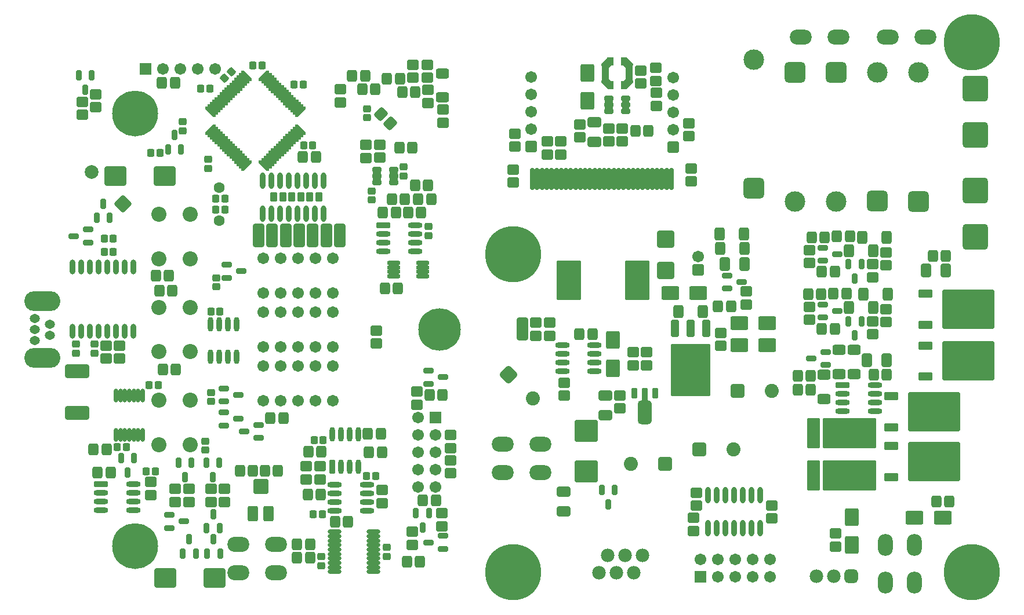
<source format=gts>
%FSTAX25Y25*%
%MOIN*%
%SFA1B1*%

%IPPOS*%
%AMD128*
4,1,8,0.021800,0.029600,-0.021800,0.029600,-0.033500,0.017900,-0.033500,-0.017900,-0.021800,-0.029600,0.021800,-0.029600,0.033500,-0.017900,0.033500,0.017900,0.021800,0.029600,0.0*
1,1,0.023360,0.021800,0.017900*
1,1,0.023360,-0.021800,0.017900*
1,1,0.023360,-0.021800,-0.017900*
1,1,0.023360,0.021800,-0.017900*
%
%AMD129*
4,1,8,-0.025700,0.010200,-0.025700,-0.010200,-0.019100,-0.016800,0.019100,-0.016800,0.025700,-0.010200,0.025700,0.010200,0.019100,0.016800,-0.019100,0.016800,-0.025700,0.010200,0.0*
1,1,0.013120,-0.019100,0.010200*
1,1,0.013120,-0.019100,-0.010200*
1,1,0.013120,0.019100,-0.010200*
1,1,0.013120,0.019100,0.010200*
%
%AMD130*
4,1,8,0.029600,-0.021800,0.029600,0.021800,0.017900,0.033500,-0.017900,0.033500,-0.029600,0.021800,-0.029600,-0.021800,-0.017900,-0.033500,0.017900,-0.033500,0.029600,-0.021800,0.0*
1,1,0.023360,0.017900,-0.021800*
1,1,0.023360,0.017900,0.021800*
1,1,0.023360,-0.017900,0.021800*
1,1,0.023360,-0.017900,-0.021800*
%
%AMD131*
4,1,8,0.005600,0.063100,-0.005600,0.063100,-0.012100,0.056600,-0.012100,-0.056600,-0.005600,-0.063100,0.005600,-0.063100,0.012100,-0.056600,0.012100,0.056600,0.005600,0.063100,0.0*
1,1,0.012840,0.005600,0.056600*
1,1,0.012840,-0.005600,0.056600*
1,1,0.012840,-0.005600,-0.056600*
1,1,0.012840,0.005600,-0.056600*
%
%AMD133*
4,1,8,0.039400,-0.040200,0.039400,0.040200,0.028300,0.051200,-0.028300,0.051200,-0.039400,0.040200,-0.039400,-0.040200,-0.028300,-0.051200,0.028300,-0.051200,0.039400,-0.040200,0.0*
1,1,0.022180,0.028300,-0.040200*
1,1,0.022180,0.028300,0.040200*
1,1,0.022180,-0.028300,0.040200*
1,1,0.022180,-0.028300,-0.040200*
%
%AMD134*
4,1,8,0.027800,0.029600,-0.027800,0.029600,-0.039400,0.017900,-0.039400,-0.017900,-0.027800,-0.029600,0.027800,-0.029600,0.039400,-0.017900,0.039400,0.017900,0.027800,0.029600,0.0*
1,1,0.023360,0.027800,0.017900*
1,1,0.023360,-0.027800,0.017900*
1,1,0.023360,-0.027800,-0.017900*
1,1,0.023360,0.027800,-0.017900*
%
%AMD135*
4,1,8,-0.012600,-0.021100,0.012600,-0.021100,0.021700,-0.012000,0.021700,0.012000,0.012600,0.021100,-0.012600,0.021100,-0.021700,0.012000,-0.021700,-0.012000,-0.012600,-0.021100,0.0*
1,1,0.018280,-0.012600,-0.012000*
1,1,0.018280,0.012600,-0.012000*
1,1,0.018280,0.012600,0.012000*
1,1,0.018280,-0.012600,0.012000*
%
%AMD136*
4,1,8,-0.021100,0.012600,-0.021100,-0.012600,-0.012000,-0.021700,0.012000,-0.021700,0.021100,-0.012600,0.021100,0.012600,0.012000,0.021700,-0.012000,0.021700,-0.021100,0.012600,0.0*
1,1,0.018280,-0.012000,0.012600*
1,1,0.018280,-0.012000,-0.012600*
1,1,0.018280,0.012000,-0.012600*
1,1,0.018280,0.012000,0.012600*
%
%AMD137*
4,1,8,-0.023800,-0.006000,-0.006000,-0.023800,0.006900,-0.023800,0.023800,-0.006900,0.023800,0.006000,0.006000,0.023800,-0.006900,0.023800,-0.023800,0.006900,-0.023800,-0.006000,0.0*
1,1,0.018280,-0.017400,0.000400*
1,1,0.018280,0.000400,-0.017400*
1,1,0.018280,0.017400,-0.000400*
1,1,0.018280,-0.000400,0.017400*
%
%AMD138*
4,1,4,0.028400,0.013600,0.013600,0.028400,-0.028400,-0.013600,-0.013600,-0.028400,0.028400,0.013600,0.0*
1,1,0.020870,0.021000,0.021000*
1,1,0.020870,-0.021000,-0.021000*
%
%AMD139*
4,1,4,0.013600,-0.028400,0.028400,-0.013600,-0.013600,0.028400,-0.028400,0.013600,0.013600,-0.028400,0.0*
1,1,0.020870,0.021000,-0.021000*
1,1,0.020870,-0.021000,0.021000*
%
%AMD141*
4,1,8,-0.041400,0.008300,-0.041400,-0.008300,-0.033900,-0.015800,0.033900,-0.015800,0.041400,-0.008300,0.041400,0.008300,0.033900,0.015800,-0.033900,0.015800,-0.041400,0.008300,0.0*
1,1,0.015080,-0.033900,0.008300*
1,1,0.015080,-0.033900,-0.008300*
1,1,0.015080,0.033900,-0.008300*
1,1,0.015080,0.033900,0.008300*
%
%AMD144*
4,1,8,0.008300,0.029600,-0.008300,0.029600,-0.015800,0.022000,-0.015800,-0.022000,-0.008300,-0.029600,0.008300,-0.029600,0.015800,-0.022000,0.015800,0.022000,0.008300,0.029600,0.0*
1,1,0.015080,0.008300,0.022000*
1,1,0.015080,-0.008300,0.022000*
1,1,0.015080,-0.008300,-0.022000*
1,1,0.015080,0.008300,-0.022000*
%
%AMD145*
4,1,8,-0.029600,0.008300,-0.029600,-0.008300,-0.022000,-0.015800,0.022000,-0.015800,0.029600,-0.008300,0.029600,0.008300,0.022000,0.015800,-0.022000,0.015800,-0.029600,0.008300,0.0*
1,1,0.015080,-0.022000,0.008300*
1,1,0.015080,-0.022000,-0.008300*
1,1,0.015080,0.022000,-0.008300*
1,1,0.015080,0.022000,0.008300*
%
%AMD146*
4,1,8,-0.020500,-0.043400,0.020500,-0.043400,0.029600,-0.034200,0.029600,0.034200,0.020500,0.043400,-0.020500,0.043400,-0.029600,0.034200,-0.029600,-0.034200,-0.020500,-0.043400,0.0*
1,1,0.018240,-0.020500,-0.034200*
1,1,0.018240,0.020500,-0.034200*
1,1,0.018240,0.020500,0.034200*
1,1,0.018240,-0.020500,0.034200*
%
%AMD147*
4,1,8,-0.031500,-0.043400,0.031500,-0.043400,0.043400,-0.031500,0.043400,0.031500,0.031500,0.043400,-0.031500,0.043400,-0.043400,0.031500,-0.043400,-0.031500,-0.031500,-0.043400,0.0*
1,1,0.023740,-0.031500,-0.031500*
1,1,0.023740,0.031500,-0.031500*
1,1,0.023740,0.031500,0.031500*
1,1,0.023740,-0.031500,0.031500*
%
%AMD150*
4,1,8,-0.008300,-0.041400,0.008300,-0.041400,0.015800,-0.033900,0.015800,0.033900,0.008300,0.041400,-0.008300,0.041400,-0.015800,0.033900,-0.015800,-0.033900,-0.008300,-0.041400,0.0*
1,1,0.015080,-0.008300,-0.033900*
1,1,0.015080,0.008300,-0.033900*
1,1,0.015080,0.008300,0.033900*
1,1,0.015080,-0.008300,0.033900*
%
%AMD151*
4,1,8,0.026100,0.028600,-0.026100,0.028600,-0.037500,0.017200,-0.037500,-0.017200,-0.026100,-0.028600,0.026100,-0.028600,0.037500,-0.017200,0.037500,0.017200,0.026100,0.028600,0.0*
1,1,0.022760,0.026100,0.017200*
1,1,0.022760,-0.026100,0.017200*
1,1,0.022760,-0.026100,-0.017200*
1,1,0.022760,0.026100,-0.017200*
%
%AMD152*
4,1,8,0.005500,-0.036300,0.036300,-0.005500,0.036300,0.011000,0.011000,0.036300,-0.005500,0.036300,-0.036300,0.005500,-0.036300,-0.011000,-0.011000,-0.036300,0.005500,-0.036300,0.0*
1,1,0.023360,-0.002800,-0.028100*
1,1,0.023360,0.028100,0.002800*
1,1,0.023360,0.002800,0.028100*
1,1,0.023360,-0.028100,-0.002800*
%
%AMD153*
4,1,8,0.020800,0.033100,-0.020800,0.033100,-0.033500,0.020400,-0.033500,-0.020400,-0.020800,-0.033100,0.020800,-0.033100,0.033500,-0.020400,0.033500,0.020400,0.020800,0.033100,0.0*
1,1,0.025480,0.020800,0.020400*
1,1,0.025480,-0.020800,0.020400*
1,1,0.025480,-0.020800,-0.020400*
1,1,0.025480,0.020800,-0.020400*
%
%AMD154*
4,1,8,-0.048400,-0.057100,0.048400,-0.057100,0.063100,-0.042500,0.063100,0.042500,0.048400,0.057100,-0.048400,0.057100,-0.063100,0.042500,-0.063100,-0.042500,-0.048400,-0.057100,0.0*
1,1,0.029260,-0.048400,-0.042500*
1,1,0.029260,0.048400,-0.042500*
1,1,0.029260,0.048400,0.042500*
1,1,0.029260,-0.048400,0.042500*
%
%AMD157*
4,1,8,0.056300,0.039400,-0.056300,0.039400,-0.070900,0.024800,-0.070900,-0.024800,-0.056300,-0.039400,0.056300,-0.039400,0.070900,-0.024800,0.070900,0.024800,0.056300,0.039400,0.0*
1,1,0.029260,0.056300,0.024800*
1,1,0.029260,-0.056300,0.024800*
1,1,0.029260,-0.056300,-0.024800*
1,1,0.029260,0.056300,-0.024800*
%
%AMD158*
4,1,8,0.016100,0.013000,-0.016100,0.013000,-0.021000,0.008100,-0.021000,-0.008100,-0.016100,-0.013000,0.016100,-0.013000,0.021000,-0.008100,0.021000,0.008100,0.016100,0.013000,0.0*
1,1,0.009800,0.016100,0.008100*
1,1,0.009800,-0.016100,0.008100*
1,1,0.009800,-0.016100,-0.008100*
1,1,0.009800,0.016100,-0.008100*
%
%AMD159*
4,1,8,-0.028600,0.026100,-0.028600,-0.026100,-0.017200,-0.037500,0.017200,-0.037500,0.028600,-0.026100,0.028600,0.026100,0.017200,0.037500,-0.017200,0.037500,-0.028600,0.026100,0.0*
1,1,0.022760,-0.017200,0.026100*
1,1,0.022760,-0.017200,-0.026100*
1,1,0.022760,0.017200,-0.026100*
1,1,0.022760,0.017200,0.026100*
%
%AMD160*
4,1,8,-0.149700,0.102900,-0.149700,-0.102900,-0.140300,-0.112300,0.140300,-0.112300,0.149700,-0.102900,0.149700,0.102900,0.140300,0.112300,-0.140300,0.112300,-0.149700,0.102900,0.0*
1,1,0.018820,-0.140300,0.102900*
1,1,0.018820,-0.140300,-0.102900*
1,1,0.018820,0.140300,-0.102900*
1,1,0.018820,0.140300,0.102900*
%
%AMD161*
4,1,8,-0.041400,0.015000,-0.041400,-0.015000,-0.033700,-0.022700,0.033700,-0.022700,0.041400,-0.015000,0.041400,0.015000,0.033700,0.022700,-0.033700,0.022700,-0.041400,0.015000,0.0*
1,1,0.015480,-0.033700,0.015000*
1,1,0.015480,-0.033700,-0.015000*
1,1,0.015480,0.033700,-0.015000*
1,1,0.015480,0.033700,0.015000*
%
%AMD162*
4,1,8,-0.029400,-0.088100,0.029400,-0.088100,0.036700,-0.080800,0.036700,0.080800,0.029400,0.088100,-0.029400,0.088100,-0.036700,0.080800,-0.036700,-0.080800,-0.029400,-0.088100,0.0*
1,1,0.014540,-0.029400,-0.080800*
1,1,0.014540,0.029400,-0.080800*
1,1,0.014540,0.029400,0.080800*
1,1,0.014540,-0.029400,0.080800*
%
%AMD163*
4,1,8,-0.142000,-0.088100,0.142000,-0.088100,0.154400,-0.075600,0.154400,0.075600,0.142000,0.088100,-0.142000,0.088100,-0.154400,0.075600,-0.154400,-0.075600,-0.142000,-0.088100,0.0*
1,1,0.024820,-0.142000,-0.075600*
1,1,0.024820,0.142000,-0.075600*
1,1,0.024820,0.142000,0.075600*
1,1,0.024820,-0.142000,0.075600*
%
%AMD164*
4,1,8,0.040200,0.039400,-0.040200,0.039400,-0.051200,0.028300,-0.051200,-0.028300,-0.040200,-0.039400,0.040200,-0.039400,0.051200,-0.028300,0.051200,0.028300,0.040200,0.039400,0.0*
1,1,0.022180,0.040200,0.028300*
1,1,0.022180,-0.040200,0.028300*
1,1,0.022180,-0.040200,-0.028300*
1,1,0.022180,0.040200,-0.028300*
%
%AMD165*
4,1,8,-0.006900,-0.030600,0.006900,-0.030600,0.017800,-0.019700,0.017800,0.019700,0.006900,0.030600,-0.006900,0.030600,-0.017800,0.019700,-0.017800,-0.019700,-0.006900,-0.030600,0.0*
1,1,0.021780,-0.006900,-0.019700*
1,1,0.021780,0.006900,-0.019700*
1,1,0.021780,0.006900,0.019700*
1,1,0.021780,-0.006900,0.019700*
%
%AMD166*
4,1,8,-0.006900,-0.044400,0.006900,-0.044400,0.017800,-0.033500,0.017800,0.033500,0.006900,0.044400,-0.006900,0.044400,-0.017800,0.033500,-0.017800,-0.033500,-0.006900,-0.044400,0.0*
1,1,0.021780,-0.006900,-0.033500*
1,1,0.021780,0.006900,-0.033500*
1,1,0.021780,0.006900,0.033500*
1,1,0.021780,-0.006900,0.033500*
%
%AMD167*
4,1,8,-0.018700,-0.069000,0.018700,-0.069000,0.041400,-0.046300,0.041400,0.046300,0.018700,0.069000,-0.018700,0.069000,-0.041400,0.046300,-0.041400,-0.046300,-0.018700,-0.069000,0.0*
1,1,0.045400,-0.018700,-0.046300*
1,1,0.045400,0.018700,-0.046300*
1,1,0.045400,0.018700,0.046300*
1,1,0.045400,-0.018700,0.046300*
%
%AMD168*
4,1,8,0.052000,0.064000,-0.052000,0.064000,-0.068000,0.048000,-0.068000,-0.048000,-0.052000,-0.064000,0.052000,-0.064000,0.068000,-0.048000,0.068000,0.048000,0.052000,0.064000,0.0*
1,1,0.032000,0.052000,0.048000*
1,1,0.032000,-0.052000,0.048000*
1,1,0.032000,-0.052000,-0.048000*
1,1,0.032000,0.052000,-0.048000*
%
%AMD169*
4,1,8,0.029600,-0.027800,0.029600,0.027800,0.017900,0.039400,-0.017900,0.039400,-0.029600,0.027800,-0.029600,-0.027800,-0.017900,-0.039400,0.017900,-0.039400,0.029600,-0.027800,0.0*
1,1,0.023360,0.017900,-0.027800*
1,1,0.023360,0.017900,0.027800*
1,1,0.023360,-0.017900,0.027800*
1,1,0.023360,-0.017900,-0.027800*
%
%AMD170*
4,1,8,-0.071500,0.103500,-0.071500,-0.103500,-0.060700,-0.114200,0.060700,-0.114200,0.071500,-0.103500,0.071500,0.103500,0.060700,0.114200,-0.060700,0.114200,-0.071500,0.103500,0.0*
1,1,0.021500,-0.060700,0.103500*
1,1,0.021500,-0.060700,-0.103500*
1,1,0.021500,0.060700,-0.103500*
1,1,0.021500,0.060700,0.103500*
%
%AMD171*
4,1,8,0.104700,0.151600,-0.104700,0.151600,-0.114200,0.142100,-0.114200,-0.142100,-0.104700,-0.151600,0.104700,-0.151600,0.114200,-0.142100,0.114200,0.142100,0.104700,0.151600,0.0*
1,1,0.019020,0.104700,0.142100*
1,1,0.019020,-0.104700,0.142100*
1,1,0.019020,-0.104700,-0.142100*
1,1,0.019020,0.104700,-0.142100*
%
%AMD172*
4,1,8,0.013800,0.049000,-0.013800,0.049000,-0.023700,0.039100,-0.023700,-0.039100,-0.013800,-0.049000,0.013800,-0.049000,0.023700,-0.039100,0.023700,0.039100,0.013800,0.049000,0.0*
1,1,0.019820,0.013800,0.039100*
1,1,0.019820,-0.013800,0.039100*
1,1,0.019820,-0.013800,-0.039100*
1,1,0.019820,0.013800,-0.039100*
%
%AMD173*
4,1,8,0.049300,-0.036200,0.049300,0.036200,0.036200,0.049300,-0.036200,0.049300,-0.049300,0.036200,-0.049300,-0.036200,-0.036200,-0.049300,0.036200,-0.049300,0.049300,-0.036200,0.0*
1,1,0.026120,0.036200,-0.036200*
1,1,0.026120,0.036200,0.036200*
1,1,0.026120,-0.036200,0.036200*
1,1,0.026120,-0.036200,-0.036200*
%
%AMD175*
4,1,8,-0.033500,0.020700,-0.033500,-0.020700,-0.020700,-0.033500,0.020700,-0.033500,0.033500,-0.020700,0.033500,0.020700,0.020700,0.033500,-0.020700,0.033500,-0.033500,0.020700,0.0*
1,1,0.025720,-0.020700,0.020700*
1,1,0.025720,-0.020700,-0.020700*
1,1,0.025720,0.020700,-0.020700*
1,1,0.025720,0.020700,0.020700*
%
%AMD180*
4,1,8,0.045400,0.010300,0.010300,0.045400,-0.010300,0.045400,-0.045400,0.010300,-0.045400,-0.010300,-0.010300,-0.045400,0.010300,-0.045400,0.045400,-0.010300,0.045400,0.010300,0.0*
1,1,0.029260,0.035100,0.000000*
1,1,0.029260,0.000000,0.035100*
1,1,0.029260,-0.035100,0.000000*
1,1,0.029260,0.000000,-0.035100*
%
%AMD188*
4,1,8,0.025500,0.040400,-0.025500,0.040400,-0.040400,0.025500,-0.040400,-0.025500,-0.025500,-0.040400,0.025500,-0.040400,0.040400,-0.025500,0.040400,0.025500,0.025500,0.040400,0.0*
1,1,0.029860,0.025500,0.025500*
1,1,0.029860,-0.025500,0.025500*
1,1,0.029860,-0.025500,-0.025500*
1,1,0.029860,0.025500,-0.025500*
%
%AMD189*
4,1,8,-0.017500,-0.039000,0.017500,-0.039000,0.039000,-0.017500,0.039000,0.017500,0.017500,0.039000,-0.017500,0.039000,-0.039000,0.017500,-0.039000,-0.017500,-0.017500,-0.039000,0.0*
1,1,0.043000,-0.017500,-0.017500*
1,1,0.043000,0.017500,-0.017500*
1,1,0.043000,0.017500,0.017500*
1,1,0.043000,-0.017500,0.017500*
%
%AMD191*
4,1,8,0.059100,-0.038600,0.059100,0.038600,0.038600,0.059100,-0.038600,0.059100,-0.059100,0.038600,-0.059100,-0.038600,-0.038600,-0.059100,0.038600,-0.059100,0.059100,-0.038600,0.0*
1,1,0.041080,0.038600,-0.038600*
1,1,0.041080,0.038600,0.038600*
1,1,0.041080,-0.038600,0.038600*
1,1,0.041080,-0.038600,-0.038600*
%
%AMD195*
4,1,8,0.046600,0.010500,0.010500,0.046600,-0.010500,0.046600,-0.046600,0.010500,-0.046600,-0.010500,-0.010500,-0.046600,0.010500,-0.046600,0.046600,-0.010500,0.046600,0.010500,0.0*
1,1,0.029860,0.036100,0.000000*
1,1,0.029860,0.000000,0.036100*
1,1,0.029860,-0.036100,0.000000*
1,1,0.029860,0.000000,-0.036100*
%
%AMD196*
4,1,8,-0.072900,0.055100,-0.072900,-0.055100,-0.055100,-0.072900,0.055100,-0.072900,0.072900,-0.055100,0.072900,0.055100,0.055100,0.072900,-0.055100,0.072900,-0.072900,0.055100,0.0*
1,1,0.035560,-0.055100,0.055100*
1,1,0.035560,-0.055100,-0.055100*
1,1,0.035560,0.055100,-0.055100*
1,1,0.035560,0.055100,0.055100*
%
%ADD122R,0.043000X0.089000*%
%ADD123R,0.045000X0.088000*%
%ADD124R,0.799210X0.115160*%
%ADD125R,0.066000X0.028000*%
%ADD126R,0.042000X0.022000*%
%ADD127R,0.046000X0.104000*%
G04~CAMADD=128~8~0.0~0.0~670.6~591.8~116.8~0.0~15~0.0~0.0~0.0~0.0~0~0.0~0.0~0.0~0.0~0~0.0~0.0~0.0~0.0~670.6~591.8*
%ADD128D128*%
G04~CAMADD=129~8~0.0~0.0~335.9~513.1~65.6~0.0~15~0.0~0.0~0.0~0.0~0~0.0~0.0~0.0~0.0~0~0.0~0.0~0.0~90.0~514.0~336.0*
%ADD129D129*%
G04~CAMADD=130~8~0.0~0.0~670.6~591.8~116.8~0.0~15~0.0~0.0~0.0~0.0~0~0.0~0.0~0.0~0.0~0~0.0~0.0~0.0~270.0~592.0~670.0*
%ADD130D130*%
G04~CAMADD=131~8~0.0~0.0~241.4~1261.1~64.2~0.0~15~0.0~0.0~0.0~0.0~0~0.0~0.0~0.0~0.0~0~0.0~0.0~0.0~0.0~241.4~1261.1*
%ADD131D131*%
%ADD132R,0.043430X0.106420*%
G04~CAMADD=133~8~0.0~0.0~1024.9~788.7~110.9~0.0~15~0.0~0.0~0.0~0.0~0~0.0~0.0~0.0~0.0~0~0.0~0.0~0.0~270.0~788.0~1024.0*
%ADD133D133*%
G04~CAMADD=134~8~0.0~0.0~788.7~591.8~116.8~0.0~15~0.0~0.0~0.0~0.0~0~0.0~0.0~0.0~0.0~0~0.0~0.0~0.0~0.0~788.7~591.8*
%ADD134D134*%
G04~CAMADD=135~8~0.0~0.0~434.3~422.5~91.4~0.0~15~0.0~0.0~0.0~0.0~0~0.0~0.0~0.0~0.0~0~0.0~0.0~0.0~180.0~434.0~422.0*
%ADD135D135*%
G04~CAMADD=136~8~0.0~0.0~434.3~422.5~91.4~0.0~15~0.0~0.0~0.0~0.0~0~0.0~0.0~0.0~0.0~0~0.0~0.0~0.0~90.0~423.0~434.0*
%ADD136D136*%
G04~CAMADD=137~8~0.0~0.0~434.3~422.5~91.4~0.0~15~0.0~0.0~0.0~0.0~0~0.0~0.0~0.0~0.0~0~0.0~0.0~0.0~135.0~528.0~529.0*
%ADD137D137*%
G04~CAMADD=138~3~0.0~0.0~208.7~803.2~0.0~0.0~0~0.0~0.0~0.0~0.0~0~0.0~0.0~0.0~0.0~0~0.0~0.0~0.0~315.0~628.0~628.0*
%ADD138D138*%
G04~CAMADD=139~3~0.0~0.0~208.7~803.2~0.0~0.0~0~0.0~0.0~0.0~0.0~0~0.0~0.0~0.0~0.0~0~0.0~0.0~0.0~225.0~628.0~628.0*
%ADD139D139*%
%ADD140O,0.031620X0.082800*%
G04~CAMADD=141~8~0.0~0.0~316.2~828.0~75.4~0.0~15~0.0~0.0~0.0~0.0~0~0.0~0.0~0.0~0.0~0~0.0~0.0~0.0~90.0~828.0~316.0*
%ADD141D141*%
%ADD142O,0.082800X0.031620*%
%ADD143O,0.025780X0.078930*%
G04~CAMADD=144~8~0.0~0.0~316.2~591.8~75.4~0.0~15~0.0~0.0~0.0~0.0~0~0.0~0.0~0.0~0.0~0~0.0~0.0~0.0~0.0~316.2~591.8*
%ADD144D144*%
G04~CAMADD=145~8~0.0~0.0~316.2~591.8~75.4~0.0~15~0.0~0.0~0.0~0.0~0~0.0~0.0~0.0~0.0~0~0.0~0.0~0.0~90.0~592.0~316.0*
%ADD145D145*%
G04~CAMADD=146~8~0.0~0.0~591.8~867.4~91.2~0.0~15~0.0~0.0~0.0~0.0~0~0.0~0.0~0.0~0.0~0~0.0~0.0~0.0~180.0~592.0~868.0*
%ADD146D146*%
G04~CAMADD=147~8~0.0~0.0~867.4~867.4~118.7~0.0~15~0.0~0.0~0.0~0.0~0~0.0~0.0~0.0~0.0~0~0.0~0.0~0.0~180.0~868.0~868.0*
%ADD147D147*%
%ADD148O,0.078930X0.025780*%
%ADD149O,0.031620X0.094610*%
G04~CAMADD=150~8~0.0~0.0~316.2~828.0~75.4~0.0~15~0.0~0.0~0.0~0.0~0~0.0~0.0~0.0~0.0~0~0.0~0.0~0.0~180.0~316.0~828.0*
%ADD150D150*%
G04~CAMADD=151~8~0.0~0.0~749.3~572.1~113.8~0.0~15~0.0~0.0~0.0~0.0~0~0.0~0.0~0.0~0.0~0~0.0~0.0~0.0~0.0~749.3~572.1*
%ADD151D151*%
G04~CAMADD=152~8~0.0~0.0~670.6~591.8~116.8~0.0~15~0.0~0.0~0.0~0.0~0~0.0~0.0~0.0~0.0~0~0.0~0.0~0.0~225.0~797.0~795.0*
%ADD152D152*%
G04~CAMADD=153~8~0.0~0.0~670.6~662.7~127.4~0.0~15~0.0~0.0~0.0~0.0~0~0.0~0.0~0.0~0.0~0~0.0~0.0~0.0~0.0~670.6~662.7*
%ADD153D153*%
G04~CAMADD=154~8~0.0~0.0~1261.1~1143.0~146.3~0.0~15~0.0~0.0~0.0~0.0~0~0.0~0.0~0.0~0.0~0~0.0~0.0~0.0~180.0~1262.0~1143.0*
%ADD154D154*%
%ADD155O,0.077170X0.026240*%
%ADD156O,0.031620X0.086740*%
G04~CAMADD=157~8~0.0~0.0~1418.6~788.7~146.3~0.0~15~0.0~0.0~0.0~0.0~0~0.0~0.0~0.0~0.0~0~0.0~0.0~0.0~0.0~1418.6~788.7*
%ADD157D157*%
G04~CAMADD=158~8~0.0~0.0~420.0~260.0~49.0~0.0~15~0.0~0.0~0.0~0.0~0~0.0~0.0~0.0~0.0~0~0.0~0.0~0.0~0.0~420.0~260.0*
%ADD158D158*%
G04~CAMADD=159~8~0.0~0.0~749.3~572.1~113.8~0.0~15~0.0~0.0~0.0~0.0~0~0.0~0.0~0.0~0.0~0~0.0~0.0~0.0~90.0~572.0~750.0*
%ADD159D159*%
G04~CAMADD=160~8~0.0~0.0~2245.3~2993.4~94.1~0.0~15~0.0~0.0~0.0~0.0~0~0.0~0.0~0.0~0.0~0~0.0~0.0~0.0~90.0~2994.0~2246.0*
%ADD160D160*%
G04~CAMADD=161~8~0.0~0.0~454.0~828.0~77.4~0.0~15~0.0~0.0~0.0~0.0~0~0.0~0.0~0.0~0.0~0~0.0~0.0~0.0~90.0~828.0~454.0*
%ADD161D161*%
G04~CAMADD=162~8~0.0~0.0~733.5~1761.1~72.7~0.0~15~0.0~0.0~0.0~0.0~0~0.0~0.0~0.0~0.0~0~0.0~0.0~0.0~180.0~734.0~1762.0*
%ADD162D162*%
G04~CAMADD=163~8~0.0~0.0~3087.9~1761.1~124.1~0.0~15~0.0~0.0~0.0~0.0~0~0.0~0.0~0.0~0.0~0~0.0~0.0~0.0~180.0~3088.0~1761.0*
%ADD163D163*%
G04~CAMADD=164~8~0.0~0.0~1024.9~788.7~110.9~0.0~15~0.0~0.0~0.0~0.0~0~0.0~0.0~0.0~0.0~0~0.0~0.0~0.0~0.0~1024.9~788.7*
%ADD164D164*%
G04~CAMADD=165~8~0.0~0.0~355.6~611.5~108.9~0.0~15~0.0~0.0~0.0~0.0~0~0.0~0.0~0.0~0.0~0~0.0~0.0~0.0~180.0~356.0~612.0*
%ADD165D165*%
G04~CAMADD=166~8~0.0~0.0~355.6~888.7~108.9~0.0~15~0.0~0.0~0.0~0.0~0~0.0~0.0~0.0~0.0~0~0.0~0.0~0.0~180.0~356.0~889.0*
%ADD166D166*%
G04~CAMADD=167~8~0.0~0.0~828.0~1379.2~227.0~0.0~15~0.0~0.0~0.0~0.0~0~0.0~0.0~0.0~0.0~0~0.0~0.0~0.0~180.0~829.0~1380.0*
%ADD167D167*%
G04~CAMADD=168~8~0.0~0.0~1359.5~1280.0~160.0~0.0~15~0.0~0.0~0.0~0.0~0~0.0~0.0~0.0~0.0~0~0.0~0.0~0.0~0.0~1359.5~1280.0*
%ADD168D168*%
G04~CAMADD=169~8~0.0~0.0~788.7~591.8~116.8~0.0~15~0.0~0.0~0.0~0.0~0~0.0~0.0~0.0~0.0~0~0.0~0.0~0.0~270.0~592.0~788.0*
%ADD169D169*%
G04~CAMADD=170~8~0.0~0.0~2284.7~1430.0~107.5~0.0~15~0.0~0.0~0.0~0.0~0~0.0~0.0~0.0~0.0~0~0.0~0.0~0.0~90.0~1430.0~2284.0*
%ADD170D170*%
G04~CAMADD=171~8~0.0~0.0~2284.7~3032.8~95.1~0.0~15~0.0~0.0~0.0~0.0~0~0.0~0.0~0.0~0.0~0~0.0~0.0~0.0~0.0~2284.7~3032.8*
%ADD171D171*%
G04~CAMADD=172~8~0.0~0.0~473.7~980.0~99.1~0.0~15~0.0~0.0~0.0~0.0~0~0.0~0.0~0.0~0.0~0~0.0~0.0~0.0~0.0~473.7~980.0*
%ADD172D172*%
G04~CAMADD=173~8~0.0~0.0~985.5~985.5~130.6~0.0~15~0.0~0.0~0.0~0.0~0~0.0~0.0~0.0~0.0~0~0.0~0.0~0.0~270.0~986.0~986.0*
%ADD173D173*%
%ADD174C,0.067060*%
G04~CAMADD=175~8~0.0~0.0~670.6~670.6~128.6~0.0~15~0.0~0.0~0.0~0.0~0~0.0~0.0~0.0~0.0~0~0.0~0.0~0.0~90.0~670.0~670.0*
%ADD175D175*%
%ADD176O,0.059180X0.051310*%
%ADD177O,0.206850X0.114330*%
%ADD178C,0.263900*%
%ADD179C,0.244220*%
G04~CAMADD=180~8~0.0~0.0~788.7~788.7~146.3~0.0~15~0.0~0.0~0.0~0.0~0~0.0~0.0~0.0~0.0~0~0.0~0.0~0.0~315.0~992.0~991.0*
%ADD180D180*%
%ADD181C,0.078870*%
%ADD182R,0.067060X0.067060*%
%ADD183O,0.126110X0.086740*%
%ADD184R,0.067060X0.067060*%
%ADD185C,0.086740*%
%ADD186C,0.063120*%
%ADD187C,0.080830*%
G04~CAMADD=188~8~0.0~0.0~808.3~808.3~149.3~0.0~15~0.0~0.0~0.0~0.0~0~0.0~0.0~0.0~0.0~0~0.0~0.0~0.0~0.0~808.3~808.3*
%ADD188D188*%
G04~CAMADD=189~8~0.0~0.0~780.0~780.0~215.0~0.0~15~0.0~0.0~0.0~0.0~0~0.0~0.0~0.0~0.0~0~0.0~0.0~0.0~180.0~780.0~780.0*
%ADD189D189*%
%ADD190C,0.078000*%
G04~CAMADD=191~8~0.0~0.0~1182.4~1182.4~205.4~0.0~15~0.0~0.0~0.0~0.0~0~0.0~0.0~0.0~0.0~0~0.0~0.0~0.0~270.0~1182.0~1182.0*
%ADD191D191*%
%ADD192C,0.118240*%
%ADD193C,0.067060*%
%ADD194C,0.322000*%
G04~CAMADD=195~8~0.0~0.0~808.3~808.3~149.3~0.0~15~0.0~0.0~0.0~0.0~0~0.0~0.0~0.0~0.0~0~0.0~0.0~0.0~315.0~1018.0~1017.0*
%ADD195D195*%
G04~CAMADD=196~8~0.0~0.0~1457.9~1457.9~177.8~0.0~15~0.0~0.0~0.0~0.0~0~0.0~0.0~0.0~0.0~0~0.0~0.0~0.0~90.0~1458.0~1458.0*
%ADD196D196*%
%ADD197O,0.086740X0.126110*%
%LNunisolder52_full-1*%
%LPD*%
G36*
X0466304Y0571591D02*
X0466329Y0571589D01*
X0466331*
X0466333*
X0466356Y0571584*
X0466381Y057158*
X0466382Y0571579*
X0466384*
X0466407Y0571571*
X046643Y0571563*
X0466432Y0571562*
X0466434*
X0466456Y0571551*
X0466477Y057154*
X0466479Y0571539*
X0466481Y0571538*
X0466501Y0571525*
X0466521Y0571512*
X0466523Y057151*
X0466524Y0571509*
X0466543Y0571493*
X0466561Y0571477*
X0466562Y0571476*
X0466564Y0571475*
X0467824Y0570214*
X0468938*
X046899Y0570211*
X0469041Y0570201*
X0469091Y0570184*
X0469138Y0570161*
X0469182Y0570131*
X0469221Y0570097*
X0469256Y0570057*
X0469285Y0570014*
X0469308Y0569967*
X0469325Y0569917*
X0469335Y0569866*
X0469339Y0569813*
Y0566073*
X0469335Y0566021*
X0469325Y056597*
X0469308Y056592*
X0469285Y0565873*
X0469256Y0565829*
X0469221Y056579*
X0469182Y0565755*
X0469138Y0565726*
X0469091Y0565703*
X0469041Y0565686*
X046899Y0565676*
X0468938Y0565672*
X0465985*
X0465933Y0565676*
X0465881Y0565686*
X0465832Y0565703*
X0465785Y0565726*
X0465741Y0565755*
X0465702Y056579*
X0462454Y0569038*
X0462419Y0569077*
X046239Y0569121*
X0462367Y0569168*
X046235Y0569217*
X0462339Y0569269*
X0462336Y0569321*
Y0570207*
X0462338Y0570232*
X0462339Y0570256*
Y0570258*
Y0570259*
X0462344Y0570284*
X0462349Y0570307*
Y0570309*
X046235Y0570311*
X0462358Y0570334*
X0462365Y0570357*
X0462366Y0570359*
X0462367Y0570361*
X0462378Y0570382*
X0462388Y0570404*
X0462389Y0570406*
X046239Y0570407*
X0462403Y0570428*
X0462417Y0570448*
X0462418Y057045*
X0462419Y0570451*
X0462435Y057047*
X0462451Y0570488*
X0462452Y0570489*
X0462454Y0570491*
X0462472Y0570507*
X046249Y0570523*
X0462492Y0570524*
X0462493Y0570525*
X0462513Y0570539*
X0462533Y0570552*
X0462535Y0570553*
X0462536Y0570554*
X0462558Y0570565*
X046258Y0570576*
X0462582Y0570577*
X0462584*
X0462606Y0570585*
X046263Y0570593*
X0466173Y0571578*
X0466175*
X0466177Y0571579*
X04662Y0571583*
X0466224Y0571588*
X0466226*
X0466228Y0571589*
X0466253Y057159*
X0466277Y0571592*
X0466278*
X046628*
X0466304Y0571591*
G37*
G36*
X0476518Y0571592D02*
X047652D01*
X0476544Y057159*
X0476569Y0571589*
X0476571Y0571588*
X0476573*
X0476596Y0571583*
X047662Y0571579*
X0476622Y0571578*
X0476624*
X0480167Y0570593*
X048019Y0570585*
X0480213Y0570577*
X0480215*
X0480217Y0570576*
X0480239Y0570565*
X048026Y0570554*
X0480262Y0570553*
X0480263Y0570552*
X0480284Y0570539*
X0480304Y0570525*
X0480305Y0570524*
X0480307Y0570523*
X0480325Y0570507*
X0480343Y0570491*
X0480344Y0570489*
X0480346Y0570488*
X0480362Y057047*
X0480378Y0570451*
X0480379Y057045*
X048038Y0570448*
X0480394Y0570428*
X0480407Y0570407*
X0480408Y0570406*
X0480409Y0570404*
X0480419Y0570382*
X048043Y0570361*
X0480431Y0570359*
X0480432Y0570357*
X0480439Y0570334*
X0480447Y0570311*
Y0570309*
X0480448Y0570307*
X0480452Y0570284*
X0480457Y0570259*
Y0570258*
X0480458Y0570256*
X0480459Y0570232*
X0480461Y0570207*
Y0569321*
X0480457Y0569269*
X0480447Y0569217*
X048043Y0569168*
X0480407Y0569121*
X0480378Y0569077*
X0480343Y0569038*
X0477095Y056579*
X0477056Y0565755*
X0477012Y0565726*
X0476965Y0565703*
X0476916Y0565686*
X0476864Y0565676*
X0476812Y0565672*
X0473859*
X0473807Y0565676*
X0473755Y0565686*
X0473706Y0565703*
X0473659Y0565726*
X0473615Y0565755*
X0473576Y056579*
X0473541Y0565829*
X0473512Y0565873*
X0473489Y056592*
X0473472Y056597*
X0473462Y0566021*
X0473458Y0566073*
Y0569813*
X0473462Y0569866*
X0473472Y0569917*
X0473489Y0569967*
X0473512Y0570014*
X0473541Y0570057*
X0473576Y0570097*
X0473615Y0570131*
X0473659Y0570161*
X0473706Y0570184*
X0473755Y0570201*
X0473807Y0570211*
X0473859Y0570214*
X0474972*
X0476233Y0571475*
X0476234Y0571476*
X0476236Y0571477*
X0476254Y0571493*
X0476272Y0571509*
X0476274Y057151*
X0476275Y0571512*
X0476296Y0571525*
X0476316Y0571538*
X0476318Y0571539*
X0476319Y057154*
X0476341Y0571551*
X0476363Y0571562*
X0476365*
X0476367Y0571563*
X047639Y0571571*
X0476413Y0571579*
X0476414*
X0476416Y057158*
X0476441Y0571584*
X0476464Y0571589*
X0476466*
X0476468*
X0476493Y0571591*
X0476516Y0571592*
X0476518*
G37*
G36*
X0476864Y0583793D02*
X0476916Y0583783D01*
X0476965Y0583766*
X0477012Y0583743*
X0477056Y0583714*
X0477095Y058368*
X0480343Y0580432*
X0480378Y0580392*
X0480407Y0580348*
X048043Y0580302*
X0480447Y0580252*
X0480457Y05802*
X0480461Y0580148*
Y0579262*
X0480459Y0579238*
X0480458Y0579214*
X0480457Y0579212*
Y057921*
X0480452Y0579186*
X0480448Y0579162*
X0480447Y057916*
Y0579158*
X0480439Y0579135*
X0480432Y0579112*
X0480431Y0579111*
X048043Y0579109*
X0480419Y0579087*
X0480409Y0579065*
X0480408Y0579063*
X0480407Y0579062*
X0480394Y0579042*
X048038Y0579021*
X0480379Y057902*
X0480378Y0579018*
X0480362Y0579*
X0480346Y0578981*
X0480344Y057898*
X0480343Y0578979*
X0480325Y0578963*
X0480307Y0578946*
X0480305Y0578945*
X0480304Y0578944*
X0480284Y0578931*
X0480263Y0578917*
X0480262Y0578916*
X048026Y0578915*
X0480239Y0578904*
X0480217Y0578893*
X0480215*
X0480213Y0578892*
X048019Y0578884*
X0480167Y0578876*
X0476624Y0577892*
X0476622Y0577891*
X047662*
X0476596Y0577886*
X0476573Y0577881*
X0476571*
X0476569*
X0476544Y0577879*
X047652Y0577877*
X0476518*
X0476516*
X0476493Y0577879*
X0476468Y057788*
X0476466*
X0476464Y0577881*
X0476441Y0577885*
X0476416Y057789*
X0476414*
X0476413Y0577891*
X047639Y0577899*
X0476367Y0577906*
X0476365Y0577907*
X0476363Y0577908*
X0476341Y0577919*
X0476319Y0577929*
X0476318Y057793*
X0476316Y0577931*
X0476296Y0577945*
X0476275Y0577958*
X0476274Y0577959*
X0476272Y057796*
X0476254Y0577976*
X0476236Y0577992*
X0476234Y0577993*
X0476233Y0577994*
X0474972Y0579255*
X0473859*
X0473807Y0579258*
X0473755Y0579269*
X0473706Y0579286*
X0473659Y0579309*
X0473615Y0579338*
X0473576Y0579373*
X0473541Y0579412*
X0473512Y0579456*
X0473489Y0579502*
X0473472Y0579552*
X0473462Y0579604*
X0473458Y0579656*
Y0583396*
X0473462Y0583448*
X0473472Y05835*
X0473489Y0583549*
X0473512Y0583597*
X0473541Y058364*
X0473576Y058368*
X0473615Y0583714*
X0473659Y0583743*
X0473706Y0583766*
X0473755Y0583783*
X0473807Y0583793*
X0473859Y0583797*
X0476812*
X0476864Y0583793*
G37*
G36*
X046899D02*
X0469041Y0583783D01*
X0469091Y0583766*
X0469138Y0583743*
X0469182Y0583714*
X0469221Y058368*
X0469256Y058364*
X0469285Y0583597*
X0469308Y0583549*
X0469325Y05835*
X0469335Y0583448*
X0469339Y0583396*
Y0579656*
X0469335Y0579604*
X0469325Y0579552*
X0469308Y0579502*
X0469285Y0579456*
X0469256Y0579412*
X0469221Y0579373*
X0469182Y0579338*
X0469138Y0579309*
X0469091Y0579286*
X0469041Y0579269*
X046899Y0579258*
X0468938Y0579255*
X0467824*
X0466564Y0577994*
X0466562Y0577993*
X0466561Y0577992*
X0466543Y0577976*
X0466524Y057796*
X0466523Y0577959*
X0466521Y0577958*
X0466501Y0577945*
X0466481Y0577931*
X0466479Y057793*
X0466477Y0577929*
X0466456Y0577919*
X0466434Y0577908*
X0466432Y0577907*
X046643Y0577906*
X0466407Y0577899*
X0466384Y0577891*
X0466382Y057789*
X0466381*
X0466356Y0577885*
X0466333Y0577881*
X0466331Y057788*
X0466329*
X0466304Y0577879*
X046628Y0577877*
X0466278*
X0466277*
X0466253Y0577879*
X0466228Y0577881*
X0466226*
X0466224*
X04662Y0577886*
X0466177Y0577891*
X0466175*
X0466173Y0577892*
X046263Y0578876*
X0462606Y0578884*
X0462584Y0578892*
X0462582Y0578893*
X046258*
X0462558Y0578904*
X0462536Y0578915*
X0462535Y0578916*
X0462533Y0578917*
X0462513Y0578931*
X0462493Y0578944*
X0462492Y0578945*
X046249Y0578946*
X0462472Y0578963*
X0462454Y0578979*
X0462452Y057898*
X0462451Y0578981*
X0462435Y0579*
X0462419Y0579018*
X0462418Y057902*
X0462417Y0579021*
X0462403Y0579042*
X046239Y0579062*
X0462389Y0579063*
X0462388Y0579065*
X0462378Y0579087*
X0462367Y0579109*
X0462366Y0579111*
X0462365Y0579112*
X0462358Y0579135*
X046235Y0579158*
X0462349Y057916*
Y0579162*
X0462344Y0579186*
X0462339Y057921*
Y0579212*
Y0579214*
X0462338Y0579238*
X0462336Y0579262*
Y0580148*
X0462339Y05802*
X046235Y0580252*
X0462367Y0580302*
X046239Y0580348*
X0462419Y0580392*
X0462454Y0580432*
X0465702Y058368*
X0465741Y0583714*
X0465785Y0583743*
X0465832Y0583766*
X0465881Y0583783*
X0465933Y0583793*
X0465985Y0583797*
X0468938*
X046899Y0583793*
G37*
G54D122*
X0476148Y0556588D03*
G54D123*
X0466648Y0556542D03*
G54D124*
X0462609Y0513829D03*
G54D125*
X0280791Y0481375D03*
X0288591D03*
X0272991D03*
X0265218Y0481342D03*
X0296351Y0481375D03*
X0304091D03*
X0311891D03*
X04169Y0427421D03*
G54D126*
X0294707Y0503465D03*
X0289506D03*
X0273901D03*
X0279102D03*
X0284304D03*
X03Y0503544D03*
G54D127*
X0333391Y0515565D03*
X0342791D03*
G54D128*
X0493799Y0555905D03*
Y0563386D03*
X0412598Y0532423D03*
Y0539903D03*
X0513798Y0512423D03*
Y0519903D03*
X0411698Y0511723D03*
Y0519203D03*
X0438909Y0527984D03*
Y0535464D03*
X0466608Y0535546D03*
Y0543027D03*
X0431109Y0527984D03*
Y0535464D03*
X0493598Y0577803D03*
Y0570323D03*
X0484998Y0568723D03*
Y0576203D03*
X0449909Y0545258D03*
Y0537778D03*
X0512697Y0538386D03*
Y0545866D03*
X0474409Y0535531D03*
Y0543012D03*
X0171591Y0555125D03*
Y0562605D03*
X0332874Y0426575D03*
Y0419095D03*
X0353445Y0303346D03*
Y0310827D03*
X0312291Y0557925D03*
Y0565406D03*
X024574Y0335405D03*
Y0327925D03*
X0217391Y0335405D03*
Y0327925D03*
X0237841Y0335405D03*
Y0327925D03*
X0225291Y0335405D03*
Y0327925D03*
X0334841Y0533533D03*
Y0526053D03*
X0327041Y0533433D03*
Y0525953D03*
X0362608Y055767D03*
Y056515D03*
X0163791Y0558315D03*
Y0550835D03*
X0353883Y0572193D03*
Y0579674D03*
X0336091Y0334705D03*
Y0327225D03*
X0371376Y0546338D03*
Y0553819D03*
X0370491Y0313987D03*
Y0321468D03*
X0362108Y057965D03*
Y057217D03*
X0300491Y0348406D03*
Y0340925D03*
X0292691D03*
Y0348406D03*
X0177491Y0417906D03*
Y0410425D03*
X0185291Y0417906D03*
Y0410425D03*
X020315Y0339469D03*
Y0331988D03*
X0375491Y0351905D03*
Y0344425D03*
Y0366506D03*
Y0359025D03*
X0356091Y0391406D03*
Y0383925D03*
X0560335Y0325984D03*
Y0318504D03*
X0515255Y0318799D03*
Y0311319D03*
X0516928Y0325787D03*
Y0333268D03*
X058189Y0432776D03*
Y0440256D03*
X0618209Y0431989D03*
Y0424508D03*
X0625984Y0438878D03*
Y0431398D03*
X0545635Y0441558D03*
Y0449038D03*
X04247Y042368D03*
Y0431161D03*
X04325Y042368D03*
Y0431161D03*
X0480628Y0406636D03*
Y0414116D03*
X0596949Y0309842D03*
Y0302362D03*
X0488347Y0406636D03*
Y0414116D03*
X0618209Y0464764D03*
Y0457284D03*
X0625984Y0471654D03*
Y0464174D03*
X0531004Y0417717D03*
Y0425197D03*
X058189Y0465453D03*
Y0472934D03*
X04409Y0389121D03*
Y0396602D03*
X047286Y0389303D03*
Y0381823D03*
G54D129*
X0476123Y0560275D03*
Y0556535D03*
Y0552795D03*
X0466674D03*
Y0556535D03*
Y0560275D03*
X0333376Y0511829D03*
Y051557D03*
Y051931D03*
X0342825D03*
Y051557D03*
Y0511829D03*
G54D130*
X0481791Y0541634D03*
X0489272D03*
X0337795Y0450984D03*
X0345276D03*
X0287402Y0303642D03*
X0294882D03*
X0324833Y0565506D03*
X0332314D03*
X0326431Y0573265D03*
X0318951D03*
X0309151Y0316465D03*
X0316632D03*
X0254451Y0345702D03*
X0261931D03*
X0339051Y0571665D03*
X0346532D03*
X0350492Y0293602D03*
X0357972D03*
X0177833Y0358265D03*
X0170353D03*
X0298131Y0526665D03*
X0290651D03*
X0355231Y0563865D03*
X0347751D03*
X0209651Y0569365D03*
X0217131D03*
X02176Y0404365D03*
X021012D03*
X0215667Y0449565D03*
X0208187D03*
X02136Y0458365D03*
X020612D03*
X0293451Y0332365D03*
X0300932D03*
X0359744Y0328838D03*
X0367225D03*
X0363451Y0389665D03*
X0370932D03*
X0272051Y0376142D03*
X0279532D03*
X0341831Y0502264D03*
X0349311D03*
X0351101Y0494465D03*
X0358581D03*
X035374Y0531988D03*
X034626D03*
X0336701Y0494465D03*
X0344181D03*
X0268851Y0345702D03*
X0276331D03*
X0362697Y0510039D03*
X0355216D03*
X0287402Y0295866D03*
X0294882D03*
X0293851Y0356965D03*
X0301331D03*
X0180197Y0344765D03*
X0172717D03*
X0328651Y0356665D03*
X0336132D03*
X0328051Y0367065D03*
X0335531D03*
X0364469Y0502264D03*
X0356988D03*
X059065Y0480315D03*
X0583169D03*
X0588681Y0447638D03*
X0581201D03*
X0595669Y0447933D03*
X060315D03*
X0596555Y0427658D03*
X0589075D03*
X0654841Y0328235D03*
X0662321D03*
X052933Y0440453D03*
X0536811D03*
X0660335Y0469488D03*
X0652854D03*
X0596555Y0460434D03*
X0589075D03*
X0457181Y0424588D03*
X0449701D03*
X0597638Y0480709D03*
X0605118D03*
X062628Y0401279D03*
X0618799D03*
X0582579Y0392618D03*
X0575098D03*
X0582579Y0400393D03*
X0575098D03*
G54D131*
X0422648Y0513794D03*
X0425404D03*
X042816D03*
X0430916D03*
X0433672D03*
X0469498D03*
X0472254D03*
X047501D03*
X0477766D03*
X0480522D03*
X0483278D03*
X0486034D03*
X048879D03*
X0491546D03*
X0494302D03*
X0497057D03*
X0499813D03*
X0502569D03*
X0436427D03*
X0439183D03*
X0441939D03*
X0444695D03*
X0447451D03*
X0450207D03*
X0452963D03*
X0455719D03*
X0458475D03*
X0461231D03*
X0463987D03*
X0466743D03*
G54D132*
X0464509Y0574735D03*
X0478288D03*
G54D133*
X0454173Y0558709D03*
Y0574851D03*
X0606299Y0303051D03*
Y0319193D03*
X0469027Y0404992D03*
Y0421134D03*
G54D134*
X0458268Y0535236D03*
Y0546653D03*
X0440705Y0322569D03*
Y0333986D03*
X0464542Y0377908D03*
Y0389325D03*
G54D135*
X0301391Y029648D03*
Y0291251D03*
X0236191Y0525179D03*
Y0519951D03*
X0234547Y0362933D03*
Y0357705D03*
X0327633Y0549114D03*
Y0554342D03*
X0221692Y0546825D03*
Y0541597D03*
X03486Y0520746D03*
Y0515518D03*
X0362795Y0486472D03*
Y0481244D03*
X0330217Y0506945D03*
Y0501717D03*
X0338991Y030188D03*
Y0296651D03*
X0160391Y041878D03*
Y0413551D03*
X0170823Y0413651D03*
Y041888D03*
X0240846Y0456945D03*
Y0451717D03*
X0237992Y0385772D03*
Y0391D03*
G54D136*
X0261977Y0579265D03*
X0267206D03*
X0231877Y0565965D03*
X0237105D03*
X0189203Y0359461D03*
X0183975D03*
X0243005Y0437465D03*
X0237777D03*
X0202377Y0395165D03*
X0207606D03*
X0296577Y0320965D03*
X0301805D03*
X0302406Y0363565D03*
X0297177D03*
X0296406Y0533265D03*
X0291177D03*
X0285677Y0568165D03*
X0290905D03*
X0205961Y0345669D03*
X0200732D03*
X0208417Y0528821D03*
X0203188D03*
X0181671Y047968D03*
X0176443D03*
X0240677Y0502665D03*
X0245905D03*
Y0496265D03*
X0240677D03*
X0327377Y0342765D03*
X0332606D03*
X0181705Y0471965D03*
X0176477D03*
G54D137*
X024944Y0575414D03*
X0245743Y0571717D03*
G54D138*
X0289282Y0552376D03*
X028789Y0553768D03*
X0286498Y055516D03*
X0285106Y0556552D03*
X0283714Y0557944D03*
X0282322Y0559336D03*
X028093Y0560728D03*
X0279538Y056212D03*
X0278146Y0563512D03*
X0276754Y0564904D03*
X0275362Y0566296D03*
X027397Y0567688D03*
X0272578Y056908D03*
X0271186Y0570472D03*
X0269794Y0571864D03*
X0268402Y0573255D03*
X0237501Y0542354D03*
X0238893Y0540962D03*
X0240285Y0539571D03*
X0241677Y0538178D03*
X0243069Y0536787D03*
X0244461Y0535395D03*
X0245853Y0534003D03*
X0247245Y0532611D03*
X0248637Y0531219D03*
X0250029Y0529827D03*
X0251421Y0528435D03*
X0252813Y0527043D03*
X0254205Y0525651D03*
X0255596Y0524259D03*
X0256988Y0522867D03*
X025838Y0521475D03*
G54D139*
X025838Y0573255D03*
X0256988Y0571864D03*
X0255596Y0570472D03*
X0254205Y056908D03*
X0252813Y0567688D03*
X0251421Y0566296D03*
X0250029Y0564904D03*
X0248637Y0563512D03*
X0247245Y056212D03*
X0245853Y0560728D03*
X0244461Y0559336D03*
X0243069Y0557944D03*
X0241677Y0556552D03*
X0240285Y055516D03*
X0238893Y0553768D03*
X0237501Y0552376D03*
X0268402Y0521475D03*
X0269794Y0522867D03*
X0271186Y0524259D03*
X0272578Y0525651D03*
X027397Y0527043D03*
X0275362Y0528435D03*
X0276754Y0529827D03*
X0278146Y0531219D03*
X0279538Y0532611D03*
X028093Y0534003D03*
X0282322Y0535395D03*
X0283714Y0536787D03*
X0285106Y0538178D03*
X0286498Y0539571D03*
X028789Y0540962D03*
X0289282Y0542354D03*
G54D140*
X0252591Y0430117D03*
X0247591D03*
X0242591D03*
X0237591D03*
X0252591Y0411613D03*
X0247591D03*
X0242591D03*
X0237591D03*
X0322491Y0366817D03*
X0317491D03*
X0312491D03*
X0307491D03*
X0322491Y0348313D03*
X0317491D03*
X0312491D03*
G54D141*
X0174626Y0338265D03*
X0336889Y0487165D03*
X0600984Y0395295D03*
G54D142*
X0174626Y0333265D03*
Y0328265D03*
Y0323265D03*
X019313Y0338265D03*
Y0333265D03*
Y0328265D03*
Y0323265D03*
X0336889Y0482165D03*
Y0477165D03*
Y0472165D03*
X0355393Y0487165D03*
Y0482165D03*
Y0477165D03*
Y0472165D03*
X0327543Y0322965D03*
Y0327965D03*
Y0332965D03*
Y0337965D03*
X0309039Y0322965D03*
Y0327965D03*
Y0332965D03*
Y0337965D03*
X0619488Y0380295D03*
Y0385295D03*
Y0390295D03*
Y0395295D03*
X0600984Y0380295D03*
Y0385295D03*
Y0390295D03*
X0458271Y0403047D03*
Y0408047D03*
Y0413047D03*
Y0418047D03*
X0439767Y0403047D03*
Y0408047D03*
Y0413047D03*
Y0418047D03*
G54D143*
X0183214Y0366645D03*
X0185773D03*
X0188332D03*
X0190891D03*
X019345D03*
X0196009D03*
X0198568D03*
X0183214Y0389086D03*
X0185773D03*
X0188332D03*
X0190891D03*
X019345D03*
X0196009D03*
X0198568D03*
G54D144*
X0189857Y0344803D03*
X0186117Y0353071D03*
X0193597D03*
X023909Y0320993D03*
X024283Y0312725D03*
X023535D03*
X0238991Y0342332D03*
X0235251Y0350599D03*
X0242731D03*
X0222991Y0342332D03*
X0219251Y0350599D03*
X0226731D03*
X0165591Y0565332D03*
X0161851Y0573599D03*
X0169332D03*
X0363189Y0321555D03*
X0355709D03*
X0359449Y0313287D03*
X0216893Y0539173D03*
X0220633Y0530905D03*
X0213153D03*
X0225394Y0306496D03*
X0229134Y0298228D03*
X0221654D03*
X023937Y0306496D03*
X024311Y0298228D03*
X023563D03*
X017223Y049142D03*
X017971D03*
X017597Y0499687D03*
X0611811Y0431989D03*
X0604331D03*
X0608071Y0423721D03*
X0466272Y0326598D03*
X0462532Y0334866D03*
X0470012D03*
X0608071Y0456496D03*
X0604331Y0464764D03*
X0611811D03*
G54D145*
X0222244Y0316757D03*
X0213976Y0313017D03*
Y0320498D03*
X0253525Y0375765D03*
X0245257Y0372025D03*
Y0379505D03*
X0253525Y0389565D03*
X0245257Y0385825D03*
Y0393305D03*
X0246986Y0464505D03*
Y0457025D03*
X0255254Y0460765D03*
X0371225Y0399765D03*
X0362958Y0396025D03*
Y0403506D03*
Y0304628D03*
X0371225Y0308368D03*
Y0300887D03*
X0256958Y0368565D03*
X0265225Y0372305D03*
Y0364825D03*
X0158984Y0481008D03*
X0167252Y0484748D03*
Y0477268D03*
X0589567Y0441536D03*
Y0434056D03*
X0597835Y0437796D03*
X0542795Y0454623D03*
X0534527Y0450883D03*
Y0458363D03*
X0589567Y0474312D03*
Y0466831D03*
X0597835Y0470571D03*
X0582873Y0410532D03*
X0591141Y0414272D03*
Y0406791D03*
G54D146*
X0261964Y0321191D03*
X0271019D03*
G54D147*
X0266491Y0336939D03*
G54D148*
X0308971Y028775D03*
Y0290309D03*
Y0292868D03*
Y0295427D03*
X0331412Y0308222D03*
Y0310781D03*
X0308971D03*
Y0308222D03*
Y0305663D03*
Y0303104D03*
Y0300545D03*
Y0297986D03*
X0331412Y0305663D03*
Y0303104D03*
Y0300545D03*
Y0297986D03*
Y0295427D03*
Y0292868D03*
Y0290309D03*
Y028775D03*
G54D149*
X0302491Y0512925D03*
X0297491D03*
X0292491D03*
X0287491D03*
X0282491D03*
X0277491D03*
X0272491D03*
X0267491D03*
X0302491Y0494028D03*
X0297491D03*
X0292491D03*
X0287491D03*
X0282491D03*
X0277491D03*
X0272491D03*
X0267491D03*
X0523484Y0312992D03*
X0528484D03*
X0533484D03*
X0538484D03*
X0543484D03*
X0548484D03*
X0553484D03*
X0523484Y033189D03*
X0528484D03*
X0533484D03*
X0538484D03*
X0543484D03*
X0548484D03*
X0553484D03*
G54D150*
X0307491Y0348313D03*
G54D151*
X0371027Y0560703D03*
Y0574679D03*
X060748Y0401476D03*
Y0415453D03*
X0590354Y0401083D03*
Y0387106D03*
X0598917Y0401476D03*
Y0415453D03*
G54D152*
X0341036Y0545821D03*
X0335747Y055111D03*
G54D153*
X0280791Y0477989D03*
Y0484761D03*
X0288591Y0477989D03*
Y0484761D03*
X0272991Y0477989D03*
Y0484761D03*
X0265218Y0477955D03*
Y0484727D03*
X0296351Y0477989D03*
Y0484761D03*
X0304091Y0477989D03*
Y0484761D03*
X0311891Y0477989D03*
Y0484761D03*
X04169Y0430806D03*
Y0424035D03*
G54D154*
X0239765Y0284365D03*
X0211418D03*
X0182973Y0515551D03*
X0211319D03*
G54D155*
X0342973Y0465499D03*
Y046294D03*
Y0460381D03*
Y0457822D03*
X0359509Y0465499D03*
Y046294D03*
Y0460381D03*
Y0457822D03*
G54D156*
X0158091Y0426261D03*
X0163091D03*
X0168091D03*
X0173091D03*
X0178091D03*
X0183091D03*
X0188091D03*
X0193091D03*
X0158091Y0463269D03*
X0163091D03*
X0168091D03*
X0173091D03*
X0178091D03*
X0183091D03*
X0188091D03*
X0193091D03*
G54D157*
X0160991Y0379165D03*
Y0403165D03*
G54D158*
X0294707Y0504765D03*
Y0502165D03*
X0289506D03*
Y0504765D03*
X0273901D03*
Y0502165D03*
X0279102D03*
Y0504765D03*
X0284304D03*
Y0502165D03*
X03Y0502243D03*
Y0504843D03*
G54D159*
X054439Y0482283D03*
X0530413D03*
X062687Y044754D03*
X0612894D03*
X053045Y0473735D03*
X0544426D03*
X0520472Y0437402D03*
X0506496D03*
X0604725Y047254D03*
X0618701D03*
X0604724Y0439764D03*
X0618701D03*
X0626083Y0480119D03*
X0612106D03*
G54D160*
X0653543Y0351279D03*
Y0379921D03*
X0673228Y0409055D03*
Y0438976D03*
G54D161*
X0628937Y0342303D03*
Y0360256D03*
Y0370945D03*
Y0388898D03*
X0648622Y0418032D03*
Y0400079D03*
Y0447953D03*
Y043D03*
G54D162*
X0584202Y0367421D03*
Y0343209D03*
G54D163*
X0604862Y0367421D03*
Y0343209D03*
G54D164*
X0658465Y0318898D03*
X0642323D03*
X0501883Y0448269D03*
X0518024D03*
X0541535Y0430709D03*
X0557677D03*
Y0418307D03*
X0541535D03*
G54D165*
X0481345Y039042D03*
X0493156D03*
G54D166*
X048725Y0389094D03*
G54D167*
X048725Y0379495D03*
G54D168*
X0453669Y0345696D03*
Y0368893D03*
G54D169*
X0533268Y046496D03*
X0544685D03*
X0648917Y0461122D03*
X0660335D03*
X0614961Y0409646D03*
X0626378D03*
G54D170*
X0443572Y0455394D03*
X0482941D03*
G54D171*
X0513681Y0403805D03*
G54D172*
X0522736Y0427716D03*
X0513681D03*
X0504626D03*
G54D173*
X049929Y0461357D03*
Y0479073D03*
G54D174*
X0503498Y0562063D03*
Y0572063D03*
Y0552063D03*
Y0542063D03*
X0421798Y0542463D03*
Y0552463D03*
Y0572463D03*
Y0562463D03*
X0210191Y0577165D03*
X0220191D03*
X0230191D03*
X0240191D03*
X0356891Y0376565D03*
X0366891Y0366565D03*
X0356891D03*
X0366891Y0356565D03*
X0356891D03*
X0366891Y0346565D03*
X0356891D03*
X0366891Y0336565D03*
X0356891D03*
X0307891Y0468265D03*
X0297891D03*
X0287891D03*
X0277891D03*
X0267891D03*
X0307891Y0448265D03*
X0297891D03*
X0287891D03*
X0277891D03*
X0267891D03*
Y0417165D03*
X0277891D03*
X0287891D03*
X0297891D03*
X0307891D03*
X0267891Y0437165D03*
X0277891D03*
X0287891D03*
X0297891D03*
X0307891D03*
Y0406065D03*
X0297891D03*
X0287891D03*
X0277891D03*
X0267891D03*
X0307891Y0386065D03*
X0297891D03*
X0287891D03*
X0277891D03*
X0267891D03*
X0559272Y0294744D03*
Y0284744D03*
X0549272Y0294744D03*
Y0284744D03*
X0539272Y0294744D03*
Y0284744D03*
X0529272Y0294744D03*
Y0284744D03*
X0519272Y0294744D03*
G54D175*
X0503498Y0532063D03*
X0421798Y0532463D03*
X0517851Y0461417D03*
G54D176*
X0145276Y0430315D03*
X0136614Y0433465D03*
X0145276Y0424016D03*
X0136614Y0420866D03*
Y0427165D03*
G54D177*
X0140945Y0410827D03*
Y0443504D03*
G54D178*
X0194291Y0302665D03*
Y0551665D03*
G54D179*
X0369291Y0427165D03*
G54D180*
X0187197Y049969D03*
G54D181*
X0169102Y0517785D03*
G54D182*
X0200191Y0577165D03*
X0519272Y0284744D03*
G54D183*
X0253465Y0287098D03*
X0275118D03*
Y0303633D03*
X0253465D03*
X0626968Y0595472D03*
X0648622D03*
X0405673Y0344727D03*
X0427327D03*
Y0361262D03*
X0405673D03*
X0598425Y0595472D03*
X0576772D03*
G54D184*
X0366891Y0376565D03*
G54D185*
X0208033Y046787D03*
X022575D03*
Y0493461D03*
X0208033D03*
Y041437D03*
X022575D03*
Y0439961D03*
X0208033D03*
Y036087D03*
X022575D03*
Y0386461D03*
X0208033D03*
G54D186*
X024249Y0489814D03*
Y0509027D03*
G54D187*
X0560335Y0392027D03*
X042276Y0387435D03*
X0538287Y0358268D03*
X0479331Y0349803D03*
G54D188*
X054065Y0392027D03*
X0518602Y0358268D03*
X0499016Y0349803D03*
G54D189*
X0606063Y0285138D03*
G54D190*
X0596063Y0285138D03*
X0586063D03*
X0486Y0297094D03*
X0481Y0287094D03*
X0476Y0297094D03*
X0471Y0287094D03*
X0466Y0297094D03*
X0461Y0287094D03*
G54D191*
X0549902Y0508382D03*
X0597244Y0575083D03*
X0573622D03*
X0644488Y0501D03*
X0620866Y0501098D03*
G54D192*
X0549902Y0582555D03*
X0597244Y0500909D03*
X0573622D03*
X0644488Y0575173D03*
X0620866Y0575272D03*
G54D193*
X0517851Y0469291D03*
G54D194*
X0411417Y0287402D03*
Y0470472D03*
X0675197Y059252D03*
Y0287402D03*
G54D195*
X040884Y0401354D03*
G54D196*
X0677165Y0507146D03*
Y0480531D03*
Y0565728D03*
Y0539114D03*
G54D197*
X0625591Y0281496D03*
Y030315D03*
X0642126D03*
Y0281496D03*
M02*
</source>
